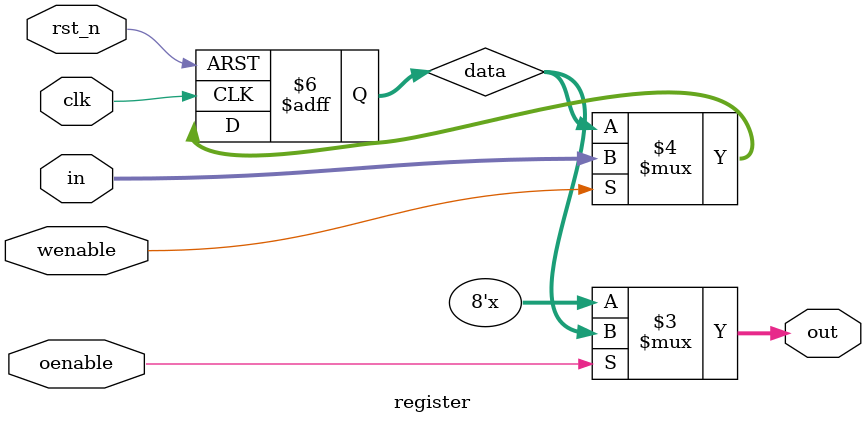
<source format=v>
`default_nettype none `timescale 1ns / 1ps

module register #(
    parameter WIDTH = 8,
    parameter RESET_VALUE = {WIDTH{1'bx}}
) (
    input wire clk,
    input wire rst_n,

    input wire wenable,
    input wire oenable,

    input  wire [WIDTH-1:0] in,
    output tri  [WIDTH-1:0] out
);
  reg [WIDTH-1:0] data;

  always @(posedge clk or negedge rst_n) begin
    if (!rst_n) data <= RESET_VALUE;
    else if (wenable) data <= in;
  end

  assign out = oenable ? data : {WIDTH{1'bz}};
endmodule


</source>
